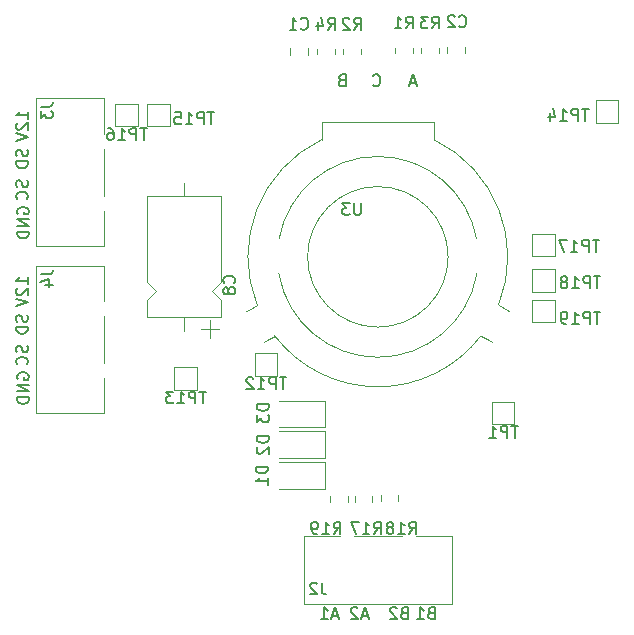
<source format=gbo>
G04 #@! TF.GenerationSoftware,KiCad,Pcbnew,(5.1.12)-1*
G04 #@! TF.CreationDate,2022-08-25T21:37:31-05:00*
G04 #@! TF.ProjectId,Stepper_Motor_Controller,53746570-7065-4725-9f4d-6f746f725f43,rev?*
G04 #@! TF.SameCoordinates,Original*
G04 #@! TF.FileFunction,Legend,Bot*
G04 #@! TF.FilePolarity,Positive*
%FSLAX46Y46*%
G04 Gerber Fmt 4.6, Leading zero omitted, Abs format (unit mm)*
G04 Created by KiCad (PCBNEW (5.1.12)-1) date 2022-08-25 21:37:31*
%MOMM*%
%LPD*%
G01*
G04 APERTURE LIST*
%ADD10C,0.150000*%
%ADD11C,0.120000*%
%ADD12C,0.050000*%
%ADD13R,1.500000X1.500000*%
%ADD14C,1.700000*%
%ADD15O,2.000000X2.000000*%
%ADD16R,2.000000X2.000000*%
%ADD17C,1.800000*%
%ADD18C,2.300000*%
%ADD19C,2.900000*%
%ADD20O,1.700000X1.700000*%
%ADD21R,1.700000X1.700000*%
G04 APERTURE END LIST*
D10*
X70304761Y-91014285D02*
X70352380Y-91157142D01*
X70352380Y-91395238D01*
X70304761Y-91490476D01*
X70257142Y-91538095D01*
X70161904Y-91585714D01*
X70066666Y-91585714D01*
X69971428Y-91538095D01*
X69923809Y-91490476D01*
X69876190Y-91395238D01*
X69828571Y-91204761D01*
X69780952Y-91109523D01*
X69733333Y-91061904D01*
X69638095Y-91014285D01*
X69542857Y-91014285D01*
X69447619Y-91061904D01*
X69400000Y-91109523D01*
X69352380Y-91204761D01*
X69352380Y-91442857D01*
X69400000Y-91585714D01*
X70352380Y-92014285D02*
X69352380Y-92014285D01*
X69352380Y-92252380D01*
X69400000Y-92395238D01*
X69495238Y-92490476D01*
X69590476Y-92538095D01*
X69780952Y-92585714D01*
X69923809Y-92585714D01*
X70114285Y-92538095D01*
X70209523Y-92490476D01*
X70304761Y-92395238D01*
X70352380Y-92252380D01*
X70352380Y-92014285D01*
X70352380Y-88380952D02*
X70352380Y-87809523D01*
X70352380Y-88095238D02*
X69352380Y-88095238D01*
X69495238Y-88000000D01*
X69590476Y-87904761D01*
X69638095Y-87809523D01*
X69447619Y-88761904D02*
X69400000Y-88809523D01*
X69352380Y-88904761D01*
X69352380Y-89142857D01*
X69400000Y-89238095D01*
X69447619Y-89285714D01*
X69542857Y-89333333D01*
X69638095Y-89333333D01*
X69780952Y-89285714D01*
X70352380Y-88714285D01*
X70352380Y-89333333D01*
X69352380Y-89619047D02*
X70352380Y-89952380D01*
X69352380Y-90285714D01*
X70304761Y-93614285D02*
X70352380Y-93757142D01*
X70352380Y-93995238D01*
X70304761Y-94090476D01*
X70257142Y-94138095D01*
X70161904Y-94185714D01*
X70066666Y-94185714D01*
X69971428Y-94138095D01*
X69923809Y-94090476D01*
X69876190Y-93995238D01*
X69828571Y-93804761D01*
X69780952Y-93709523D01*
X69733333Y-93661904D01*
X69638095Y-93614285D01*
X69542857Y-93614285D01*
X69447619Y-93661904D01*
X69400000Y-93709523D01*
X69352380Y-93804761D01*
X69352380Y-94042857D01*
X69400000Y-94185714D01*
X70257142Y-95185714D02*
X70304761Y-95138095D01*
X70352380Y-94995238D01*
X70352380Y-94900000D01*
X70304761Y-94757142D01*
X70209523Y-94661904D01*
X70114285Y-94614285D01*
X69923809Y-94566666D01*
X69780952Y-94566666D01*
X69590476Y-94614285D01*
X69495238Y-94661904D01*
X69400000Y-94757142D01*
X69352380Y-94900000D01*
X69352380Y-94995238D01*
X69400000Y-95138095D01*
X69447619Y-95185714D01*
X69500000Y-96438095D02*
X69452380Y-96342857D01*
X69452380Y-96200000D01*
X69500000Y-96057142D01*
X69595238Y-95961904D01*
X69690476Y-95914285D01*
X69880952Y-95866666D01*
X70023809Y-95866666D01*
X70214285Y-95914285D01*
X70309523Y-95961904D01*
X70404761Y-96057142D01*
X70452380Y-96200000D01*
X70452380Y-96295238D01*
X70404761Y-96438095D01*
X70357142Y-96485714D01*
X70023809Y-96485714D01*
X70023809Y-96295238D01*
X70452380Y-96914285D02*
X69452380Y-96914285D01*
X70452380Y-97485714D01*
X69452380Y-97485714D01*
X70452380Y-97961904D02*
X69452380Y-97961904D01*
X69452380Y-98200000D01*
X69500000Y-98342857D01*
X69595238Y-98438095D01*
X69690476Y-98485714D01*
X69880952Y-98533333D01*
X70023809Y-98533333D01*
X70214285Y-98485714D01*
X70309523Y-98438095D01*
X70404761Y-98342857D01*
X70452380Y-98200000D01*
X70452380Y-97961904D01*
X69500000Y-110438095D02*
X69452380Y-110342857D01*
X69452380Y-110200000D01*
X69500000Y-110057142D01*
X69595238Y-109961904D01*
X69690476Y-109914285D01*
X69880952Y-109866666D01*
X70023809Y-109866666D01*
X70214285Y-109914285D01*
X70309523Y-109961904D01*
X70404761Y-110057142D01*
X70452380Y-110200000D01*
X70452380Y-110295238D01*
X70404761Y-110438095D01*
X70357142Y-110485714D01*
X70023809Y-110485714D01*
X70023809Y-110295238D01*
X70452380Y-110914285D02*
X69452380Y-110914285D01*
X70452380Y-111485714D01*
X69452380Y-111485714D01*
X70452380Y-111961904D02*
X69452380Y-111961904D01*
X69452380Y-112200000D01*
X69500000Y-112342857D01*
X69595238Y-112438095D01*
X69690476Y-112485714D01*
X69880952Y-112533333D01*
X70023809Y-112533333D01*
X70214285Y-112485714D01*
X70309523Y-112438095D01*
X70404761Y-112342857D01*
X70452380Y-112200000D01*
X70452380Y-111961904D01*
X70304761Y-107614285D02*
X70352380Y-107757142D01*
X70352380Y-107995238D01*
X70304761Y-108090476D01*
X70257142Y-108138095D01*
X70161904Y-108185714D01*
X70066666Y-108185714D01*
X69971428Y-108138095D01*
X69923809Y-108090476D01*
X69876190Y-107995238D01*
X69828571Y-107804761D01*
X69780952Y-107709523D01*
X69733333Y-107661904D01*
X69638095Y-107614285D01*
X69542857Y-107614285D01*
X69447619Y-107661904D01*
X69400000Y-107709523D01*
X69352380Y-107804761D01*
X69352380Y-108042857D01*
X69400000Y-108185714D01*
X70257142Y-109185714D02*
X70304761Y-109138095D01*
X70352380Y-108995238D01*
X70352380Y-108900000D01*
X70304761Y-108757142D01*
X70209523Y-108661904D01*
X70114285Y-108614285D01*
X69923809Y-108566666D01*
X69780952Y-108566666D01*
X69590476Y-108614285D01*
X69495238Y-108661904D01*
X69400000Y-108757142D01*
X69352380Y-108900000D01*
X69352380Y-108995238D01*
X69400000Y-109138095D01*
X69447619Y-109185714D01*
X70304761Y-105014285D02*
X70352380Y-105157142D01*
X70352380Y-105395238D01*
X70304761Y-105490476D01*
X70257142Y-105538095D01*
X70161904Y-105585714D01*
X70066666Y-105585714D01*
X69971428Y-105538095D01*
X69923809Y-105490476D01*
X69876190Y-105395238D01*
X69828571Y-105204761D01*
X69780952Y-105109523D01*
X69733333Y-105061904D01*
X69638095Y-105014285D01*
X69542857Y-105014285D01*
X69447619Y-105061904D01*
X69400000Y-105109523D01*
X69352380Y-105204761D01*
X69352380Y-105442857D01*
X69400000Y-105585714D01*
X70352380Y-106014285D02*
X69352380Y-106014285D01*
X69352380Y-106252380D01*
X69400000Y-106395238D01*
X69495238Y-106490476D01*
X69590476Y-106538095D01*
X69780952Y-106585714D01*
X69923809Y-106585714D01*
X70114285Y-106538095D01*
X70209523Y-106490476D01*
X70304761Y-106395238D01*
X70352380Y-106252380D01*
X70352380Y-106014285D01*
X70352380Y-102380952D02*
X70352380Y-101809523D01*
X70352380Y-102095238D02*
X69352380Y-102095238D01*
X69495238Y-102000000D01*
X69590476Y-101904761D01*
X69638095Y-101809523D01*
X69447619Y-102761904D02*
X69400000Y-102809523D01*
X69352380Y-102904761D01*
X69352380Y-103142857D01*
X69400000Y-103238095D01*
X69447619Y-103285714D01*
X69542857Y-103333333D01*
X69638095Y-103333333D01*
X69780952Y-103285714D01*
X70352380Y-102714285D01*
X70352380Y-103333333D01*
X69352380Y-103619047D02*
X70352380Y-103952380D01*
X69352380Y-104285714D01*
X104504761Y-130228571D02*
X104361904Y-130276190D01*
X104314285Y-130323809D01*
X104266666Y-130419047D01*
X104266666Y-130561904D01*
X104314285Y-130657142D01*
X104361904Y-130704761D01*
X104457142Y-130752380D01*
X104838095Y-130752380D01*
X104838095Y-129752380D01*
X104504761Y-129752380D01*
X104409523Y-129800000D01*
X104361904Y-129847619D01*
X104314285Y-129942857D01*
X104314285Y-130038095D01*
X104361904Y-130133333D01*
X104409523Y-130180952D01*
X104504761Y-130228571D01*
X104838095Y-130228571D01*
X103314285Y-130752380D02*
X103885714Y-130752380D01*
X103600000Y-130752380D02*
X103600000Y-129752380D01*
X103695238Y-129895238D01*
X103790476Y-129990476D01*
X103885714Y-130038095D01*
X102204761Y-130228571D02*
X102061904Y-130276190D01*
X102014285Y-130323809D01*
X101966666Y-130419047D01*
X101966666Y-130561904D01*
X102014285Y-130657142D01*
X102061904Y-130704761D01*
X102157142Y-130752380D01*
X102538095Y-130752380D01*
X102538095Y-129752380D01*
X102204761Y-129752380D01*
X102109523Y-129800000D01*
X102061904Y-129847619D01*
X102014285Y-129942857D01*
X102014285Y-130038095D01*
X102061904Y-130133333D01*
X102109523Y-130180952D01*
X102204761Y-130228571D01*
X102538095Y-130228571D01*
X101585714Y-129847619D02*
X101538095Y-129800000D01*
X101442857Y-129752380D01*
X101204761Y-129752380D01*
X101109523Y-129800000D01*
X101061904Y-129847619D01*
X101014285Y-129942857D01*
X101014285Y-130038095D01*
X101061904Y-130180952D01*
X101633333Y-130752380D01*
X101014285Y-130752380D01*
X99114285Y-130466666D02*
X98638095Y-130466666D01*
X99209523Y-130752380D02*
X98876190Y-129752380D01*
X98542857Y-130752380D01*
X98257142Y-129847619D02*
X98209523Y-129800000D01*
X98114285Y-129752380D01*
X97876190Y-129752380D01*
X97780952Y-129800000D01*
X97733333Y-129847619D01*
X97685714Y-129942857D01*
X97685714Y-130038095D01*
X97733333Y-130180952D01*
X98304761Y-130752380D01*
X97685714Y-130752380D01*
X96614285Y-130466666D02*
X96138095Y-130466666D01*
X96709523Y-130752380D02*
X96376190Y-129752380D01*
X96042857Y-130752380D01*
X95185714Y-130752380D02*
X95757142Y-130752380D01*
X95471428Y-130752380D02*
X95471428Y-129752380D01*
X95566666Y-129895238D01*
X95661904Y-129990476D01*
X95757142Y-130038095D01*
D11*
X113050000Y-105650000D02*
X114950000Y-105650000D01*
X113050000Y-103750000D02*
X113050000Y-105650000D01*
X114950000Y-103750000D02*
X113050000Y-103750000D01*
X114950000Y-105650000D02*
X114950000Y-103750000D01*
X113050000Y-103050000D02*
X114950000Y-103050000D01*
X113050000Y-101150000D02*
X113050000Y-103050000D01*
X114950000Y-101150000D02*
X113050000Y-101150000D01*
X114950000Y-103050000D02*
X114950000Y-101150000D01*
X113050000Y-100050000D02*
X114950000Y-100050000D01*
X113050000Y-98150000D02*
X113050000Y-100050000D01*
X114950000Y-98150000D02*
X113050000Y-98150000D01*
X114950000Y-100050000D02*
X114950000Y-98150000D01*
X95965000Y-120372936D02*
X95965000Y-120827064D01*
X97435000Y-120372936D02*
X97435000Y-120827064D01*
X100265000Y-120285436D02*
X100265000Y-120739564D01*
X101735000Y-120285436D02*
X101735000Y-120739564D01*
X98065000Y-120372936D02*
X98065000Y-120827064D01*
X99535000Y-120372936D02*
X99535000Y-120827064D01*
X91600000Y-112265000D02*
X95485000Y-112265000D01*
X95485000Y-112265000D02*
X95485000Y-114535000D01*
X95485000Y-114535000D02*
X91600000Y-114535000D01*
X91600000Y-114865000D02*
X95485000Y-114865000D01*
X95485000Y-114865000D02*
X95485000Y-117135000D01*
X95485000Y-117135000D02*
X91600000Y-117135000D01*
X91600000Y-117465000D02*
X95485000Y-117465000D01*
X95485000Y-117465000D02*
X95485000Y-119735000D01*
X95485000Y-119735000D02*
X91600000Y-119735000D01*
X77750000Y-89050000D02*
X79650000Y-89050000D01*
X79650000Y-89050000D02*
X79650000Y-87150000D01*
X79650000Y-87150000D02*
X77750000Y-87150000D01*
X77750000Y-87150000D02*
X77750000Y-89050000D01*
X80450000Y-89050000D02*
X82350000Y-89050000D01*
X82350000Y-89050000D02*
X82350000Y-87150000D01*
X82350000Y-87150000D02*
X80450000Y-87150000D01*
X80450000Y-87150000D02*
X80450000Y-89050000D01*
X118450000Y-88750000D02*
X120350000Y-88750000D01*
X120350000Y-88750000D02*
X120350000Y-86850000D01*
X120350000Y-86850000D02*
X118450000Y-86850000D01*
X118450000Y-86850000D02*
X118450000Y-88750000D01*
X82750000Y-111350000D02*
X84650000Y-111350000D01*
X84650000Y-111350000D02*
X84650000Y-109450000D01*
X84650000Y-109450000D02*
X82750000Y-109450000D01*
X82750000Y-109450000D02*
X82750000Y-111350000D01*
X89550000Y-110150000D02*
X91450000Y-110150000D01*
X91450000Y-110150000D02*
X91450000Y-108250000D01*
X91450000Y-108250000D02*
X89550000Y-108250000D01*
X89550000Y-108250000D02*
X89550000Y-110150000D01*
X109650000Y-114250000D02*
X111550000Y-114250000D01*
X111550000Y-114250000D02*
X111550000Y-112350000D01*
X111550000Y-112350000D02*
X109650000Y-112350000D01*
X109650000Y-112350000D02*
X109650000Y-114250000D01*
X94865000Y-82472936D02*
X94865000Y-82927064D01*
X96335000Y-82472936D02*
X96335000Y-82927064D01*
X103665000Y-82372936D02*
X103665000Y-82827064D01*
X105135000Y-82372936D02*
X105135000Y-82827064D01*
X97065000Y-82472936D02*
X97065000Y-82927064D01*
X98535000Y-82472936D02*
X98535000Y-82927064D01*
X101465000Y-82372936D02*
X101465000Y-82827064D01*
X102935000Y-82372936D02*
X102935000Y-82827064D01*
X71050000Y-113350000D02*
X76800000Y-113350000D01*
X71050000Y-100850000D02*
X71050000Y-113350000D01*
X76800000Y-100850000D02*
X71050000Y-100850000D01*
X76800000Y-105100000D02*
X76800000Y-109100000D01*
X76800000Y-113350000D02*
X76800000Y-110350000D01*
X76800000Y-100850000D02*
X76800000Y-103850000D01*
X71050000Y-99180000D02*
X76800000Y-99180000D01*
X71050000Y-86680000D02*
X71050000Y-99180000D01*
X76800000Y-86680000D02*
X71050000Y-86680000D01*
X76800000Y-90930000D02*
X76800000Y-94930000D01*
X76800000Y-99180000D02*
X76800000Y-96180000D01*
X76800000Y-86680000D02*
X76800000Y-89680000D01*
X85800000Y-106970000D02*
X85800000Y-105470000D01*
X86550000Y-106220000D02*
X85050000Y-106220000D01*
X86720000Y-105220000D02*
X80480000Y-105220000D01*
X86720000Y-94980000D02*
X80480000Y-94980000D01*
X86720000Y-105220000D02*
X86720000Y-103720000D01*
X86720000Y-103720000D02*
X85970000Y-102970000D01*
X85970000Y-102970000D02*
X86720000Y-102220000D01*
X86720000Y-102220000D02*
X86720000Y-94980000D01*
X80480000Y-105220000D02*
X80480000Y-103720000D01*
X80480000Y-103720000D02*
X81230000Y-102970000D01*
X81230000Y-102970000D02*
X80480000Y-102220000D01*
X80480000Y-102220000D02*
X80480000Y-94980000D01*
X83600000Y-106360000D02*
X83600000Y-105220000D01*
X83600000Y-93840000D02*
X83600000Y-94980000D01*
D12*
X90562645Y-107168019D02*
X91250273Y-106771017D01*
X90346138Y-107293019D02*
X90562645Y-107168019D01*
X109416042Y-107168019D02*
X109632549Y-107293019D01*
X89062645Y-104569943D02*
X88846138Y-104694943D01*
X89770320Y-104161367D02*
X89062645Y-104569943D01*
X104739344Y-88668981D02*
X95239344Y-88668981D01*
X108728414Y-106771017D02*
X109416042Y-107168019D01*
X104739344Y-90168981D02*
X104739344Y-88668981D01*
X95239344Y-88668981D02*
X95239344Y-90168981D01*
X110208367Y-104161367D02*
X110916042Y-104569943D01*
X111132549Y-104694943D02*
X110916042Y-104569943D01*
X105939344Y-100090549D02*
G75*
G03*
X105939344Y-100090549I-5950000J0D01*
G01*
X91504062Y-100590549D02*
G75*
G03*
X91622743Y-101590549I8485282J500000D01*
G01*
X108355945Y-98590549D02*
G75*
G03*
X91622743Y-98590549I-8366601J-1500000D01*
G01*
X108474625Y-100590549D02*
G75*
G03*
X108474625Y-99590549I-8485281J500000D01*
G01*
X91622743Y-98590549D02*
G75*
G03*
X91504062Y-99590549I8366601J-1500000D01*
G01*
X91622744Y-101590549D02*
G75*
G03*
X108355944Y-101590549I8366600J1500000D01*
G01*
X91504062Y-99590549D02*
G75*
G03*
X91504062Y-100590549I8485282J-500000D01*
G01*
X108355944Y-101590549D02*
G75*
G03*
X108474625Y-100590549I-8366600J1500000D01*
G01*
X91250274Y-106771017D02*
G75*
G03*
X108728414Y-106771017I8739070J6680468D01*
G01*
X110208369Y-104161367D02*
G75*
G03*
X104739344Y-90168981I-10219025J4070818D01*
G01*
X95239344Y-90168982D02*
G75*
G03*
X89770320Y-104161367I4750000J-9921567D01*
G01*
X108474625Y-99590549D02*
G75*
G03*
X108355944Y-98590549I-8485281J-500000D01*
G01*
D11*
X93750000Y-123700000D02*
X96750000Y-123700000D01*
X106250000Y-123700000D02*
X103250000Y-123700000D01*
X98000000Y-123700000D02*
X102000000Y-123700000D01*
X93750000Y-123700000D02*
X93750000Y-129450000D01*
X93750000Y-129450000D02*
X106250000Y-129450000D01*
X106250000Y-129450000D02*
X106250000Y-123700000D01*
X107335000Y-82338748D02*
X107335000Y-82861252D01*
X105865000Y-82338748D02*
X105865000Y-82861252D01*
X94035000Y-82438748D02*
X94035000Y-82961252D01*
X92565000Y-82438748D02*
X92565000Y-82961252D01*
D10*
X118838095Y-104752380D02*
X118266666Y-104752380D01*
X118552380Y-105752380D02*
X118552380Y-104752380D01*
X117933333Y-105752380D02*
X117933333Y-104752380D01*
X117552380Y-104752380D01*
X117457142Y-104800000D01*
X117409523Y-104847619D01*
X117361904Y-104942857D01*
X117361904Y-105085714D01*
X117409523Y-105180952D01*
X117457142Y-105228571D01*
X117552380Y-105276190D01*
X117933333Y-105276190D01*
X116409523Y-105752380D02*
X116980952Y-105752380D01*
X116695238Y-105752380D02*
X116695238Y-104752380D01*
X116790476Y-104895238D01*
X116885714Y-104990476D01*
X116980952Y-105038095D01*
X115933333Y-105752380D02*
X115742857Y-105752380D01*
X115647619Y-105704761D01*
X115600000Y-105657142D01*
X115504761Y-105514285D01*
X115457142Y-105323809D01*
X115457142Y-104942857D01*
X115504761Y-104847619D01*
X115552380Y-104800000D01*
X115647619Y-104752380D01*
X115838095Y-104752380D01*
X115933333Y-104800000D01*
X115980952Y-104847619D01*
X116028571Y-104942857D01*
X116028571Y-105180952D01*
X115980952Y-105276190D01*
X115933333Y-105323809D01*
X115838095Y-105371428D01*
X115647619Y-105371428D01*
X115552380Y-105323809D01*
X115504761Y-105276190D01*
X115457142Y-105180952D01*
X118838095Y-101752380D02*
X118266666Y-101752380D01*
X118552380Y-102752380D02*
X118552380Y-101752380D01*
X117933333Y-102752380D02*
X117933333Y-101752380D01*
X117552380Y-101752380D01*
X117457142Y-101800000D01*
X117409523Y-101847619D01*
X117361904Y-101942857D01*
X117361904Y-102085714D01*
X117409523Y-102180952D01*
X117457142Y-102228571D01*
X117552380Y-102276190D01*
X117933333Y-102276190D01*
X116409523Y-102752380D02*
X116980952Y-102752380D01*
X116695238Y-102752380D02*
X116695238Y-101752380D01*
X116790476Y-101895238D01*
X116885714Y-101990476D01*
X116980952Y-102038095D01*
X115838095Y-102180952D02*
X115933333Y-102133333D01*
X115980952Y-102085714D01*
X116028571Y-101990476D01*
X116028571Y-101942857D01*
X115980952Y-101847619D01*
X115933333Y-101800000D01*
X115838095Y-101752380D01*
X115647619Y-101752380D01*
X115552380Y-101800000D01*
X115504761Y-101847619D01*
X115457142Y-101942857D01*
X115457142Y-101990476D01*
X115504761Y-102085714D01*
X115552380Y-102133333D01*
X115647619Y-102180952D01*
X115838095Y-102180952D01*
X115933333Y-102228571D01*
X115980952Y-102276190D01*
X116028571Y-102371428D01*
X116028571Y-102561904D01*
X115980952Y-102657142D01*
X115933333Y-102704761D01*
X115838095Y-102752380D01*
X115647619Y-102752380D01*
X115552380Y-102704761D01*
X115504761Y-102657142D01*
X115457142Y-102561904D01*
X115457142Y-102371428D01*
X115504761Y-102276190D01*
X115552380Y-102228571D01*
X115647619Y-102180952D01*
X118738095Y-98652380D02*
X118166666Y-98652380D01*
X118452380Y-99652380D02*
X118452380Y-98652380D01*
X117833333Y-99652380D02*
X117833333Y-98652380D01*
X117452380Y-98652380D01*
X117357142Y-98700000D01*
X117309523Y-98747619D01*
X117261904Y-98842857D01*
X117261904Y-98985714D01*
X117309523Y-99080952D01*
X117357142Y-99128571D01*
X117452380Y-99176190D01*
X117833333Y-99176190D01*
X116309523Y-99652380D02*
X116880952Y-99652380D01*
X116595238Y-99652380D02*
X116595238Y-98652380D01*
X116690476Y-98795238D01*
X116785714Y-98890476D01*
X116880952Y-98938095D01*
X115976190Y-98652380D02*
X115309523Y-98652380D01*
X115738095Y-99652380D01*
X96242857Y-123552380D02*
X96576190Y-123076190D01*
X96814285Y-123552380D02*
X96814285Y-122552380D01*
X96433333Y-122552380D01*
X96338095Y-122600000D01*
X96290476Y-122647619D01*
X96242857Y-122742857D01*
X96242857Y-122885714D01*
X96290476Y-122980952D01*
X96338095Y-123028571D01*
X96433333Y-123076190D01*
X96814285Y-123076190D01*
X95290476Y-123552380D02*
X95861904Y-123552380D01*
X95576190Y-123552380D02*
X95576190Y-122552380D01*
X95671428Y-122695238D01*
X95766666Y-122790476D01*
X95861904Y-122838095D01*
X94814285Y-123552380D02*
X94623809Y-123552380D01*
X94528571Y-123504761D01*
X94480952Y-123457142D01*
X94385714Y-123314285D01*
X94338095Y-123123809D01*
X94338095Y-122742857D01*
X94385714Y-122647619D01*
X94433333Y-122600000D01*
X94528571Y-122552380D01*
X94719047Y-122552380D01*
X94814285Y-122600000D01*
X94861904Y-122647619D01*
X94909523Y-122742857D01*
X94909523Y-122980952D01*
X94861904Y-123076190D01*
X94814285Y-123123809D01*
X94719047Y-123171428D01*
X94528571Y-123171428D01*
X94433333Y-123123809D01*
X94385714Y-123076190D01*
X94338095Y-122980952D01*
X102642857Y-123552380D02*
X102976190Y-123076190D01*
X103214285Y-123552380D02*
X103214285Y-122552380D01*
X102833333Y-122552380D01*
X102738095Y-122600000D01*
X102690476Y-122647619D01*
X102642857Y-122742857D01*
X102642857Y-122885714D01*
X102690476Y-122980952D01*
X102738095Y-123028571D01*
X102833333Y-123076190D01*
X103214285Y-123076190D01*
X101690476Y-123552380D02*
X102261904Y-123552380D01*
X101976190Y-123552380D02*
X101976190Y-122552380D01*
X102071428Y-122695238D01*
X102166666Y-122790476D01*
X102261904Y-122838095D01*
X101119047Y-122980952D02*
X101214285Y-122933333D01*
X101261904Y-122885714D01*
X101309523Y-122790476D01*
X101309523Y-122742857D01*
X101261904Y-122647619D01*
X101214285Y-122600000D01*
X101119047Y-122552380D01*
X100928571Y-122552380D01*
X100833333Y-122600000D01*
X100785714Y-122647619D01*
X100738095Y-122742857D01*
X100738095Y-122790476D01*
X100785714Y-122885714D01*
X100833333Y-122933333D01*
X100928571Y-122980952D01*
X101119047Y-122980952D01*
X101214285Y-123028571D01*
X101261904Y-123076190D01*
X101309523Y-123171428D01*
X101309523Y-123361904D01*
X101261904Y-123457142D01*
X101214285Y-123504761D01*
X101119047Y-123552380D01*
X100928571Y-123552380D01*
X100833333Y-123504761D01*
X100785714Y-123457142D01*
X100738095Y-123361904D01*
X100738095Y-123171428D01*
X100785714Y-123076190D01*
X100833333Y-123028571D01*
X100928571Y-122980952D01*
X99642857Y-123552380D02*
X99976190Y-123076190D01*
X100214285Y-123552380D02*
X100214285Y-122552380D01*
X99833333Y-122552380D01*
X99738095Y-122600000D01*
X99690476Y-122647619D01*
X99642857Y-122742857D01*
X99642857Y-122885714D01*
X99690476Y-122980952D01*
X99738095Y-123028571D01*
X99833333Y-123076190D01*
X100214285Y-123076190D01*
X98690476Y-123552380D02*
X99261904Y-123552380D01*
X98976190Y-123552380D02*
X98976190Y-122552380D01*
X99071428Y-122695238D01*
X99166666Y-122790476D01*
X99261904Y-122838095D01*
X98357142Y-122552380D02*
X97690476Y-122552380D01*
X98119047Y-123552380D01*
X90752380Y-112561904D02*
X89752380Y-112561904D01*
X89752380Y-112800000D01*
X89800000Y-112942857D01*
X89895238Y-113038095D01*
X89990476Y-113085714D01*
X90180952Y-113133333D01*
X90323809Y-113133333D01*
X90514285Y-113085714D01*
X90609523Y-113038095D01*
X90704761Y-112942857D01*
X90752380Y-112800000D01*
X90752380Y-112561904D01*
X89752380Y-113466666D02*
X89752380Y-114085714D01*
X90133333Y-113752380D01*
X90133333Y-113895238D01*
X90180952Y-113990476D01*
X90228571Y-114038095D01*
X90323809Y-114085714D01*
X90561904Y-114085714D01*
X90657142Y-114038095D01*
X90704761Y-113990476D01*
X90752380Y-113895238D01*
X90752380Y-113609523D01*
X90704761Y-113514285D01*
X90657142Y-113466666D01*
X90752380Y-115261904D02*
X89752380Y-115261904D01*
X89752380Y-115500000D01*
X89800000Y-115642857D01*
X89895238Y-115738095D01*
X89990476Y-115785714D01*
X90180952Y-115833333D01*
X90323809Y-115833333D01*
X90514285Y-115785714D01*
X90609523Y-115738095D01*
X90704761Y-115642857D01*
X90752380Y-115500000D01*
X90752380Y-115261904D01*
X89847619Y-116214285D02*
X89800000Y-116261904D01*
X89752380Y-116357142D01*
X89752380Y-116595238D01*
X89800000Y-116690476D01*
X89847619Y-116738095D01*
X89942857Y-116785714D01*
X90038095Y-116785714D01*
X90180952Y-116738095D01*
X90752380Y-116166666D01*
X90752380Y-116785714D01*
X90652380Y-117861904D02*
X89652380Y-117861904D01*
X89652380Y-118100000D01*
X89700000Y-118242857D01*
X89795238Y-118338095D01*
X89890476Y-118385714D01*
X90080952Y-118433333D01*
X90223809Y-118433333D01*
X90414285Y-118385714D01*
X90509523Y-118338095D01*
X90604761Y-118242857D01*
X90652380Y-118100000D01*
X90652380Y-117861904D01*
X90652380Y-119385714D02*
X90652380Y-118814285D01*
X90652380Y-119100000D02*
X89652380Y-119100000D01*
X89795238Y-119004761D01*
X89890476Y-118909523D01*
X89938095Y-118814285D01*
X80438095Y-89200380D02*
X79866666Y-89200380D01*
X80152380Y-90200380D02*
X80152380Y-89200380D01*
X79533333Y-90200380D02*
X79533333Y-89200380D01*
X79152380Y-89200380D01*
X79057142Y-89248000D01*
X79009523Y-89295619D01*
X78961904Y-89390857D01*
X78961904Y-89533714D01*
X79009523Y-89628952D01*
X79057142Y-89676571D01*
X79152380Y-89724190D01*
X79533333Y-89724190D01*
X78009523Y-90200380D02*
X78580952Y-90200380D01*
X78295238Y-90200380D02*
X78295238Y-89200380D01*
X78390476Y-89343238D01*
X78485714Y-89438476D01*
X78580952Y-89486095D01*
X77152380Y-89200380D02*
X77342857Y-89200380D01*
X77438095Y-89248000D01*
X77485714Y-89295619D01*
X77580952Y-89438476D01*
X77628571Y-89628952D01*
X77628571Y-90009904D01*
X77580952Y-90105142D01*
X77533333Y-90152761D01*
X77438095Y-90200380D01*
X77247619Y-90200380D01*
X77152380Y-90152761D01*
X77104761Y-90105142D01*
X77057142Y-90009904D01*
X77057142Y-89771809D01*
X77104761Y-89676571D01*
X77152380Y-89628952D01*
X77247619Y-89581333D01*
X77438095Y-89581333D01*
X77533333Y-89628952D01*
X77580952Y-89676571D01*
X77628571Y-89771809D01*
X86138095Y-87852380D02*
X85566666Y-87852380D01*
X85852380Y-88852380D02*
X85852380Y-87852380D01*
X85233333Y-88852380D02*
X85233333Y-87852380D01*
X84852380Y-87852380D01*
X84757142Y-87900000D01*
X84709523Y-87947619D01*
X84661904Y-88042857D01*
X84661904Y-88185714D01*
X84709523Y-88280952D01*
X84757142Y-88328571D01*
X84852380Y-88376190D01*
X85233333Y-88376190D01*
X83709523Y-88852380D02*
X84280952Y-88852380D01*
X83995238Y-88852380D02*
X83995238Y-87852380D01*
X84090476Y-87995238D01*
X84185714Y-88090476D01*
X84280952Y-88138095D01*
X82804761Y-87852380D02*
X83280952Y-87852380D01*
X83328571Y-88328571D01*
X83280952Y-88280952D01*
X83185714Y-88233333D01*
X82947619Y-88233333D01*
X82852380Y-88280952D01*
X82804761Y-88328571D01*
X82757142Y-88423809D01*
X82757142Y-88661904D01*
X82804761Y-88757142D01*
X82852380Y-88804761D01*
X82947619Y-88852380D01*
X83185714Y-88852380D01*
X83280952Y-88804761D01*
X83328571Y-88757142D01*
X117838095Y-87552380D02*
X117266666Y-87552380D01*
X117552380Y-88552380D02*
X117552380Y-87552380D01*
X116933333Y-88552380D02*
X116933333Y-87552380D01*
X116552380Y-87552380D01*
X116457142Y-87600000D01*
X116409523Y-87647619D01*
X116361904Y-87742857D01*
X116361904Y-87885714D01*
X116409523Y-87980952D01*
X116457142Y-88028571D01*
X116552380Y-88076190D01*
X116933333Y-88076190D01*
X115409523Y-88552380D02*
X115980952Y-88552380D01*
X115695238Y-88552380D02*
X115695238Y-87552380D01*
X115790476Y-87695238D01*
X115885714Y-87790476D01*
X115980952Y-87838095D01*
X114552380Y-87885714D02*
X114552380Y-88552380D01*
X114790476Y-87504761D02*
X115028571Y-88219047D01*
X114409523Y-88219047D01*
X85438095Y-111500380D02*
X84866666Y-111500380D01*
X85152380Y-112500380D02*
X85152380Y-111500380D01*
X84533333Y-112500380D02*
X84533333Y-111500380D01*
X84152380Y-111500380D01*
X84057142Y-111548000D01*
X84009523Y-111595619D01*
X83961904Y-111690857D01*
X83961904Y-111833714D01*
X84009523Y-111928952D01*
X84057142Y-111976571D01*
X84152380Y-112024190D01*
X84533333Y-112024190D01*
X83009523Y-112500380D02*
X83580952Y-112500380D01*
X83295238Y-112500380D02*
X83295238Y-111500380D01*
X83390476Y-111643238D01*
X83485714Y-111738476D01*
X83580952Y-111786095D01*
X82676190Y-111500380D02*
X82057142Y-111500380D01*
X82390476Y-111881333D01*
X82247619Y-111881333D01*
X82152380Y-111928952D01*
X82104761Y-111976571D01*
X82057142Y-112071809D01*
X82057142Y-112309904D01*
X82104761Y-112405142D01*
X82152380Y-112452761D01*
X82247619Y-112500380D01*
X82533333Y-112500380D01*
X82628571Y-112452761D01*
X82676190Y-112405142D01*
X92238095Y-110300380D02*
X91666666Y-110300380D01*
X91952380Y-111300380D02*
X91952380Y-110300380D01*
X91333333Y-111300380D02*
X91333333Y-110300380D01*
X90952380Y-110300380D01*
X90857142Y-110348000D01*
X90809523Y-110395619D01*
X90761904Y-110490857D01*
X90761904Y-110633714D01*
X90809523Y-110728952D01*
X90857142Y-110776571D01*
X90952380Y-110824190D01*
X91333333Y-110824190D01*
X89809523Y-111300380D02*
X90380952Y-111300380D01*
X90095238Y-111300380D02*
X90095238Y-110300380D01*
X90190476Y-110443238D01*
X90285714Y-110538476D01*
X90380952Y-110586095D01*
X89428571Y-110395619D02*
X89380952Y-110348000D01*
X89285714Y-110300380D01*
X89047619Y-110300380D01*
X88952380Y-110348000D01*
X88904761Y-110395619D01*
X88857142Y-110490857D01*
X88857142Y-110586095D01*
X88904761Y-110728952D01*
X89476190Y-111300380D01*
X88857142Y-111300380D01*
X111861904Y-114400380D02*
X111290476Y-114400380D01*
X111576190Y-115400380D02*
X111576190Y-114400380D01*
X110957142Y-115400380D02*
X110957142Y-114400380D01*
X110576190Y-114400380D01*
X110480952Y-114448000D01*
X110433333Y-114495619D01*
X110385714Y-114590857D01*
X110385714Y-114733714D01*
X110433333Y-114828952D01*
X110480952Y-114876571D01*
X110576190Y-114924190D01*
X110957142Y-114924190D01*
X109433333Y-115400380D02*
X110004761Y-115400380D01*
X109719047Y-115400380D02*
X109719047Y-114400380D01*
X109814285Y-114543238D01*
X109909523Y-114638476D01*
X110004761Y-114686095D01*
X95766666Y-80852380D02*
X96100000Y-80376190D01*
X96338095Y-80852380D02*
X96338095Y-79852380D01*
X95957142Y-79852380D01*
X95861904Y-79900000D01*
X95814285Y-79947619D01*
X95766666Y-80042857D01*
X95766666Y-80185714D01*
X95814285Y-80280952D01*
X95861904Y-80328571D01*
X95957142Y-80376190D01*
X96338095Y-80376190D01*
X94909523Y-80185714D02*
X94909523Y-80852380D01*
X95147619Y-79804761D02*
X95385714Y-80519047D01*
X94766666Y-80519047D01*
X104566666Y-80752380D02*
X104900000Y-80276190D01*
X105138095Y-80752380D02*
X105138095Y-79752380D01*
X104757142Y-79752380D01*
X104661904Y-79800000D01*
X104614285Y-79847619D01*
X104566666Y-79942857D01*
X104566666Y-80085714D01*
X104614285Y-80180952D01*
X104661904Y-80228571D01*
X104757142Y-80276190D01*
X105138095Y-80276190D01*
X104233333Y-79752380D02*
X103614285Y-79752380D01*
X103947619Y-80133333D01*
X103804761Y-80133333D01*
X103709523Y-80180952D01*
X103661904Y-80228571D01*
X103614285Y-80323809D01*
X103614285Y-80561904D01*
X103661904Y-80657142D01*
X103709523Y-80704761D01*
X103804761Y-80752380D01*
X104090476Y-80752380D01*
X104185714Y-80704761D01*
X104233333Y-80657142D01*
X97966666Y-80852380D02*
X98300000Y-80376190D01*
X98538095Y-80852380D02*
X98538095Y-79852380D01*
X98157142Y-79852380D01*
X98061904Y-79900000D01*
X98014285Y-79947619D01*
X97966666Y-80042857D01*
X97966666Y-80185714D01*
X98014285Y-80280952D01*
X98061904Y-80328571D01*
X98157142Y-80376190D01*
X98538095Y-80376190D01*
X97585714Y-79947619D02*
X97538095Y-79900000D01*
X97442857Y-79852380D01*
X97204761Y-79852380D01*
X97109523Y-79900000D01*
X97061904Y-79947619D01*
X97014285Y-80042857D01*
X97014285Y-80138095D01*
X97061904Y-80280952D01*
X97633333Y-80852380D01*
X97014285Y-80852380D01*
X102366666Y-80752380D02*
X102700000Y-80276190D01*
X102938095Y-80752380D02*
X102938095Y-79752380D01*
X102557142Y-79752380D01*
X102461904Y-79800000D01*
X102414285Y-79847619D01*
X102366666Y-79942857D01*
X102366666Y-80085714D01*
X102414285Y-80180952D01*
X102461904Y-80228571D01*
X102557142Y-80276190D01*
X102938095Y-80276190D01*
X101414285Y-80752380D02*
X101985714Y-80752380D01*
X101700000Y-80752380D02*
X101700000Y-79752380D01*
X101795238Y-79895238D01*
X101890476Y-79990476D01*
X101985714Y-80038095D01*
X71452380Y-101566666D02*
X72166666Y-101566666D01*
X72309523Y-101519047D01*
X72404761Y-101423809D01*
X72452380Y-101280952D01*
X72452380Y-101185714D01*
X71785714Y-102471428D02*
X72452380Y-102471428D01*
X71404761Y-102233333D02*
X72119047Y-101995238D01*
X72119047Y-102614285D01*
X71452380Y-87366666D02*
X72166666Y-87366666D01*
X72309523Y-87319047D01*
X72404761Y-87223809D01*
X72452380Y-87080952D01*
X72452380Y-86985714D01*
X71452380Y-87747619D02*
X71452380Y-88366666D01*
X71833333Y-88033333D01*
X71833333Y-88176190D01*
X71880952Y-88271428D01*
X71928571Y-88319047D01*
X72023809Y-88366666D01*
X72261904Y-88366666D01*
X72357142Y-88319047D01*
X72404761Y-88271428D01*
X72452380Y-88176190D01*
X72452380Y-87890476D01*
X72404761Y-87795238D01*
X72357142Y-87747619D01*
X87807142Y-102303333D02*
X87854761Y-102255714D01*
X87902380Y-102112857D01*
X87902380Y-102017619D01*
X87854761Y-101874761D01*
X87759523Y-101779523D01*
X87664285Y-101731904D01*
X87473809Y-101684285D01*
X87330952Y-101684285D01*
X87140476Y-101731904D01*
X87045238Y-101779523D01*
X86950000Y-101874761D01*
X86902380Y-102017619D01*
X86902380Y-102112857D01*
X86950000Y-102255714D01*
X86997619Y-102303333D01*
X87330952Y-102874761D02*
X87283333Y-102779523D01*
X87235714Y-102731904D01*
X87140476Y-102684285D01*
X87092857Y-102684285D01*
X86997619Y-102731904D01*
X86950000Y-102779523D01*
X86902380Y-102874761D01*
X86902380Y-103065238D01*
X86950000Y-103160476D01*
X86997619Y-103208095D01*
X87092857Y-103255714D01*
X87140476Y-103255714D01*
X87235714Y-103208095D01*
X87283333Y-103160476D01*
X87330952Y-103065238D01*
X87330952Y-102874761D01*
X87378571Y-102779523D01*
X87426190Y-102731904D01*
X87521428Y-102684285D01*
X87711904Y-102684285D01*
X87807142Y-102731904D01*
X87854761Y-102779523D01*
X87902380Y-102874761D01*
X87902380Y-103065238D01*
X87854761Y-103160476D01*
X87807142Y-103208095D01*
X87711904Y-103255714D01*
X87521428Y-103255714D01*
X87426190Y-103208095D01*
X87378571Y-103160476D01*
X87330952Y-103065238D01*
X98561904Y-95552380D02*
X98561904Y-96361904D01*
X98514285Y-96457142D01*
X98466666Y-96504761D01*
X98371428Y-96552380D01*
X98180952Y-96552380D01*
X98085714Y-96504761D01*
X98038095Y-96457142D01*
X97990476Y-96361904D01*
X97990476Y-95552380D01*
X97609523Y-95552380D02*
X96990476Y-95552380D01*
X97323809Y-95933333D01*
X97180952Y-95933333D01*
X97085714Y-95980952D01*
X97038095Y-96028571D01*
X96990476Y-96123809D01*
X96990476Y-96361904D01*
X97038095Y-96457142D01*
X97085714Y-96504761D01*
X97180952Y-96552380D01*
X97466666Y-96552380D01*
X97561904Y-96504761D01*
X97609523Y-96457142D01*
X103238095Y-85366666D02*
X102761904Y-85366666D01*
X103333333Y-85652380D02*
X103000000Y-84652380D01*
X102666666Y-85652380D01*
X96928571Y-85128571D02*
X96785714Y-85176190D01*
X96738095Y-85223809D01*
X96690476Y-85319047D01*
X96690476Y-85461904D01*
X96738095Y-85557142D01*
X96785714Y-85604761D01*
X96880952Y-85652380D01*
X97261904Y-85652380D01*
X97261904Y-84652380D01*
X96928571Y-84652380D01*
X96833333Y-84700000D01*
X96785714Y-84747619D01*
X96738095Y-84842857D01*
X96738095Y-84938095D01*
X96785714Y-85033333D01*
X96833333Y-85080952D01*
X96928571Y-85128571D01*
X97261904Y-85128571D01*
X99590476Y-85557142D02*
X99638095Y-85604761D01*
X99780952Y-85652380D01*
X99876190Y-85652380D01*
X100019047Y-85604761D01*
X100114285Y-85509523D01*
X100161904Y-85414285D01*
X100209523Y-85223809D01*
X100209523Y-85080952D01*
X100161904Y-84890476D01*
X100114285Y-84795238D01*
X100019047Y-84700000D01*
X99876190Y-84652380D01*
X99780952Y-84652380D01*
X99638095Y-84700000D01*
X99590476Y-84747619D01*
X95253333Y-127672380D02*
X95253333Y-128386666D01*
X95300952Y-128529523D01*
X95396190Y-128624761D01*
X95539047Y-128672380D01*
X95634285Y-128672380D01*
X94824761Y-127767619D02*
X94777142Y-127720000D01*
X94681904Y-127672380D01*
X94443809Y-127672380D01*
X94348571Y-127720000D01*
X94300952Y-127767619D01*
X94253333Y-127862857D01*
X94253333Y-127958095D01*
X94300952Y-128100952D01*
X94872380Y-128672380D01*
X94253333Y-128672380D01*
X106866666Y-80557142D02*
X106914285Y-80604761D01*
X107057142Y-80652380D01*
X107152380Y-80652380D01*
X107295238Y-80604761D01*
X107390476Y-80509523D01*
X107438095Y-80414285D01*
X107485714Y-80223809D01*
X107485714Y-80080952D01*
X107438095Y-79890476D01*
X107390476Y-79795238D01*
X107295238Y-79700000D01*
X107152380Y-79652380D01*
X107057142Y-79652380D01*
X106914285Y-79700000D01*
X106866666Y-79747619D01*
X106485714Y-79747619D02*
X106438095Y-79700000D01*
X106342857Y-79652380D01*
X106104761Y-79652380D01*
X106009523Y-79700000D01*
X105961904Y-79747619D01*
X105914285Y-79842857D01*
X105914285Y-79938095D01*
X105961904Y-80080952D01*
X106533333Y-80652380D01*
X105914285Y-80652380D01*
X93466666Y-80757142D02*
X93514285Y-80804761D01*
X93657142Y-80852380D01*
X93752380Y-80852380D01*
X93895238Y-80804761D01*
X93990476Y-80709523D01*
X94038095Y-80614285D01*
X94085714Y-80423809D01*
X94085714Y-80280952D01*
X94038095Y-80090476D01*
X93990476Y-79995238D01*
X93895238Y-79900000D01*
X93752380Y-79852380D01*
X93657142Y-79852380D01*
X93514285Y-79900000D01*
X93466666Y-79947619D01*
X92514285Y-80852380D02*
X93085714Y-80852380D01*
X92800000Y-80852380D02*
X92800000Y-79852380D01*
X92895238Y-79995238D01*
X92990476Y-80090476D01*
X93085714Y-80138095D01*
%LPC*%
D13*
X114000000Y-104700000D03*
X114000000Y-102100000D03*
X114000000Y-99100000D03*
G36*
G01*
X96249999Y-121000000D02*
X97150001Y-121000000D01*
G75*
G02*
X97400000Y-121249999I0J-249999D01*
G01*
X97400000Y-121775001D01*
G75*
G02*
X97150001Y-122025000I-249999J0D01*
G01*
X96249999Y-122025000D01*
G75*
G02*
X96000000Y-121775001I0J249999D01*
G01*
X96000000Y-121249999D01*
G75*
G02*
X96249999Y-121000000I249999J0D01*
G01*
G37*
G36*
G01*
X96249999Y-119175000D02*
X97150001Y-119175000D01*
G75*
G02*
X97400000Y-119424999I0J-249999D01*
G01*
X97400000Y-119950001D01*
G75*
G02*
X97150001Y-120200000I-249999J0D01*
G01*
X96249999Y-120200000D01*
G75*
G02*
X96000000Y-119950001I0J249999D01*
G01*
X96000000Y-119424999D01*
G75*
G02*
X96249999Y-119175000I249999J0D01*
G01*
G37*
G36*
G01*
X100549999Y-120912500D02*
X101450001Y-120912500D01*
G75*
G02*
X101700000Y-121162499I0J-249999D01*
G01*
X101700000Y-121687501D01*
G75*
G02*
X101450001Y-121937500I-249999J0D01*
G01*
X100549999Y-121937500D01*
G75*
G02*
X100300000Y-121687501I0J249999D01*
G01*
X100300000Y-121162499D01*
G75*
G02*
X100549999Y-120912500I249999J0D01*
G01*
G37*
G36*
G01*
X100549999Y-119087500D02*
X101450001Y-119087500D01*
G75*
G02*
X101700000Y-119337499I0J-249999D01*
G01*
X101700000Y-119862501D01*
G75*
G02*
X101450001Y-120112500I-249999J0D01*
G01*
X100549999Y-120112500D01*
G75*
G02*
X100300000Y-119862501I0J249999D01*
G01*
X100300000Y-119337499D01*
G75*
G02*
X100549999Y-119087500I249999J0D01*
G01*
G37*
G36*
G01*
X98349999Y-121000000D02*
X99250001Y-121000000D01*
G75*
G02*
X99500000Y-121249999I0J-249999D01*
G01*
X99500000Y-121775001D01*
G75*
G02*
X99250001Y-122025000I-249999J0D01*
G01*
X98349999Y-122025000D01*
G75*
G02*
X98100000Y-121775001I0J249999D01*
G01*
X98100000Y-121249999D01*
G75*
G02*
X98349999Y-121000000I249999J0D01*
G01*
G37*
G36*
G01*
X98349999Y-119175000D02*
X99250001Y-119175000D01*
G75*
G02*
X99500000Y-119424999I0J-249999D01*
G01*
X99500000Y-119950001D01*
G75*
G02*
X99250001Y-120200000I-249999J0D01*
G01*
X98349999Y-120200000D01*
G75*
G02*
X98100000Y-119950001I0J249999D01*
G01*
X98100000Y-119424999D01*
G75*
G02*
X98349999Y-119175000I249999J0D01*
G01*
G37*
G36*
G01*
X92425000Y-112775000D02*
X92425000Y-114025000D01*
G75*
G02*
X92175000Y-114275000I-250000J0D01*
G01*
X91425000Y-114275000D01*
G75*
G02*
X91175000Y-114025000I0J250000D01*
G01*
X91175000Y-112775000D01*
G75*
G02*
X91425000Y-112525000I250000J0D01*
G01*
X92175000Y-112525000D01*
G75*
G02*
X92425000Y-112775000I0J-250000D01*
G01*
G37*
G36*
G01*
X95225000Y-112775000D02*
X95225000Y-114025000D01*
G75*
G02*
X94975000Y-114275000I-250000J0D01*
G01*
X94225000Y-114275000D01*
G75*
G02*
X93975000Y-114025000I0J250000D01*
G01*
X93975000Y-112775000D01*
G75*
G02*
X94225000Y-112525000I250000J0D01*
G01*
X94975000Y-112525000D01*
G75*
G02*
X95225000Y-112775000I0J-250000D01*
G01*
G37*
G36*
G01*
X92425000Y-115375000D02*
X92425000Y-116625000D01*
G75*
G02*
X92175000Y-116875000I-250000J0D01*
G01*
X91425000Y-116875000D01*
G75*
G02*
X91175000Y-116625000I0J250000D01*
G01*
X91175000Y-115375000D01*
G75*
G02*
X91425000Y-115125000I250000J0D01*
G01*
X92175000Y-115125000D01*
G75*
G02*
X92425000Y-115375000I0J-250000D01*
G01*
G37*
G36*
G01*
X95225000Y-115375000D02*
X95225000Y-116625000D01*
G75*
G02*
X94975000Y-116875000I-250000J0D01*
G01*
X94225000Y-116875000D01*
G75*
G02*
X93975000Y-116625000I0J250000D01*
G01*
X93975000Y-115375000D01*
G75*
G02*
X94225000Y-115125000I250000J0D01*
G01*
X94975000Y-115125000D01*
G75*
G02*
X95225000Y-115375000I0J-250000D01*
G01*
G37*
G36*
G01*
X92425000Y-117975000D02*
X92425000Y-119225000D01*
G75*
G02*
X92175000Y-119475000I-250000J0D01*
G01*
X91425000Y-119475000D01*
G75*
G02*
X91175000Y-119225000I0J250000D01*
G01*
X91175000Y-117975000D01*
G75*
G02*
X91425000Y-117725000I250000J0D01*
G01*
X92175000Y-117725000D01*
G75*
G02*
X92425000Y-117975000I0J-250000D01*
G01*
G37*
G36*
G01*
X95225000Y-117975000D02*
X95225000Y-119225000D01*
G75*
G02*
X94975000Y-119475000I-250000J0D01*
G01*
X94225000Y-119475000D01*
G75*
G02*
X93975000Y-119225000I0J250000D01*
G01*
X93975000Y-117975000D01*
G75*
G02*
X94225000Y-117725000I250000J0D01*
G01*
X94975000Y-117725000D01*
G75*
G02*
X95225000Y-117975000I0J-250000D01*
G01*
G37*
X78700000Y-88100000D03*
X81400000Y-88100000D03*
X119400000Y-87800000D03*
X83700000Y-110400000D03*
X90500000Y-109200000D03*
X110600000Y-113300000D03*
G36*
G01*
X95149999Y-83100000D02*
X96050001Y-83100000D01*
G75*
G02*
X96300000Y-83349999I0J-249999D01*
G01*
X96300000Y-83875001D01*
G75*
G02*
X96050001Y-84125000I-249999J0D01*
G01*
X95149999Y-84125000D01*
G75*
G02*
X94900000Y-83875001I0J249999D01*
G01*
X94900000Y-83349999D01*
G75*
G02*
X95149999Y-83100000I249999J0D01*
G01*
G37*
G36*
G01*
X95149999Y-81275000D02*
X96050001Y-81275000D01*
G75*
G02*
X96300000Y-81524999I0J-249999D01*
G01*
X96300000Y-82050001D01*
G75*
G02*
X96050001Y-82300000I-249999J0D01*
G01*
X95149999Y-82300000D01*
G75*
G02*
X94900000Y-82050001I0J249999D01*
G01*
X94900000Y-81524999D01*
G75*
G02*
X95149999Y-81275000I249999J0D01*
G01*
G37*
G36*
G01*
X103949999Y-83000000D02*
X104850001Y-83000000D01*
G75*
G02*
X105100000Y-83249999I0J-249999D01*
G01*
X105100000Y-83775001D01*
G75*
G02*
X104850001Y-84025000I-249999J0D01*
G01*
X103949999Y-84025000D01*
G75*
G02*
X103700000Y-83775001I0J249999D01*
G01*
X103700000Y-83249999D01*
G75*
G02*
X103949999Y-83000000I249999J0D01*
G01*
G37*
G36*
G01*
X103949999Y-81175000D02*
X104850001Y-81175000D01*
G75*
G02*
X105100000Y-81424999I0J-249999D01*
G01*
X105100000Y-81950001D01*
G75*
G02*
X104850001Y-82200000I-249999J0D01*
G01*
X103949999Y-82200000D01*
G75*
G02*
X103700000Y-81950001I0J249999D01*
G01*
X103700000Y-81424999D01*
G75*
G02*
X103949999Y-81175000I249999J0D01*
G01*
G37*
G36*
G01*
X97349999Y-83100000D02*
X98250001Y-83100000D01*
G75*
G02*
X98500000Y-83349999I0J-249999D01*
G01*
X98500000Y-83875001D01*
G75*
G02*
X98250001Y-84125000I-249999J0D01*
G01*
X97349999Y-84125000D01*
G75*
G02*
X97100000Y-83875001I0J249999D01*
G01*
X97100000Y-83349999D01*
G75*
G02*
X97349999Y-83100000I249999J0D01*
G01*
G37*
G36*
G01*
X97349999Y-81275000D02*
X98250001Y-81275000D01*
G75*
G02*
X98500000Y-81524999I0J-249999D01*
G01*
X98500000Y-82050001D01*
G75*
G02*
X98250001Y-82300000I-249999J0D01*
G01*
X97349999Y-82300000D01*
G75*
G02*
X97100000Y-82050001I0J249999D01*
G01*
X97100000Y-81524999D01*
G75*
G02*
X97349999Y-81275000I249999J0D01*
G01*
G37*
G36*
G01*
X101749999Y-83000000D02*
X102650001Y-83000000D01*
G75*
G02*
X102900000Y-83249999I0J-249999D01*
G01*
X102900000Y-83775001D01*
G75*
G02*
X102650001Y-84025000I-249999J0D01*
G01*
X101749999Y-84025000D01*
G75*
G02*
X101500000Y-83775001I0J249999D01*
G01*
X101500000Y-83249999D01*
G75*
G02*
X101749999Y-83000000I249999J0D01*
G01*
G37*
G36*
G01*
X101749999Y-81175000D02*
X102650001Y-81175000D01*
G75*
G02*
X102900000Y-81424999I0J-249999D01*
G01*
X102900000Y-81950001D01*
G75*
G02*
X102650001Y-82200000I-249999J0D01*
G01*
X101749999Y-82200000D01*
G75*
G02*
X101500000Y-81950001I0J249999D01*
G01*
X101500000Y-81424999D01*
G75*
G02*
X101749999Y-81175000I249999J0D01*
G01*
G37*
D14*
X74500000Y-103290000D03*
X74500000Y-105830000D03*
X74500000Y-110910000D03*
X74500000Y-108370000D03*
X74500000Y-89120000D03*
X74500000Y-91660000D03*
X74500000Y-96740000D03*
X74500000Y-94200000D03*
D15*
X83600000Y-92600000D03*
D16*
X83600000Y-107600000D03*
D17*
X103000000Y-87000000D03*
X97000000Y-87000000D03*
X100000000Y-87000000D03*
D18*
X110220000Y-105900000D03*
D19*
X108500000Y-100000000D03*
X91500000Y-100000000D03*
D18*
X89780000Y-105900000D03*
D14*
X96190000Y-126000000D03*
X98730000Y-126000000D03*
X103810000Y-126000000D03*
X101270000Y-126000000D03*
G36*
G01*
X106125000Y-83050000D02*
X107075000Y-83050000D01*
G75*
G02*
X107325000Y-83300000I0J-250000D01*
G01*
X107325000Y-83800000D01*
G75*
G02*
X107075000Y-84050000I-250000J0D01*
G01*
X106125000Y-84050000D01*
G75*
G02*
X105875000Y-83800000I0J250000D01*
G01*
X105875000Y-83300000D01*
G75*
G02*
X106125000Y-83050000I250000J0D01*
G01*
G37*
G36*
G01*
X106125000Y-81150000D02*
X107075000Y-81150000D01*
G75*
G02*
X107325000Y-81400000I0J-250000D01*
G01*
X107325000Y-81900000D01*
G75*
G02*
X107075000Y-82150000I-250000J0D01*
G01*
X106125000Y-82150000D01*
G75*
G02*
X105875000Y-81900000I0J250000D01*
G01*
X105875000Y-81400000D01*
G75*
G02*
X106125000Y-81150000I250000J0D01*
G01*
G37*
G36*
G01*
X92825000Y-83150000D02*
X93775000Y-83150000D01*
G75*
G02*
X94025000Y-83400000I0J-250000D01*
G01*
X94025000Y-83900000D01*
G75*
G02*
X93775000Y-84150000I-250000J0D01*
G01*
X92825000Y-84150000D01*
G75*
G02*
X92575000Y-83900000I0J250000D01*
G01*
X92575000Y-83400000D01*
G75*
G02*
X92825000Y-83150000I250000J0D01*
G01*
G37*
G36*
G01*
X92825000Y-81250000D02*
X93775000Y-81250000D01*
G75*
G02*
X94025000Y-81500000I0J-250000D01*
G01*
X94025000Y-82000000D01*
G75*
G02*
X93775000Y-82250000I-250000J0D01*
G01*
X92825000Y-82250000D01*
G75*
G02*
X92575000Y-82000000I0J250000D01*
G01*
X92575000Y-81500000D01*
G75*
G02*
X92825000Y-81250000I250000J0D01*
G01*
G37*
D20*
X117540000Y-95530000D03*
X115000000Y-95530000D03*
X117540000Y-92990000D03*
X115000000Y-92990000D03*
X117540000Y-90450000D03*
D21*
X115000000Y-90450000D03*
M02*

</source>
